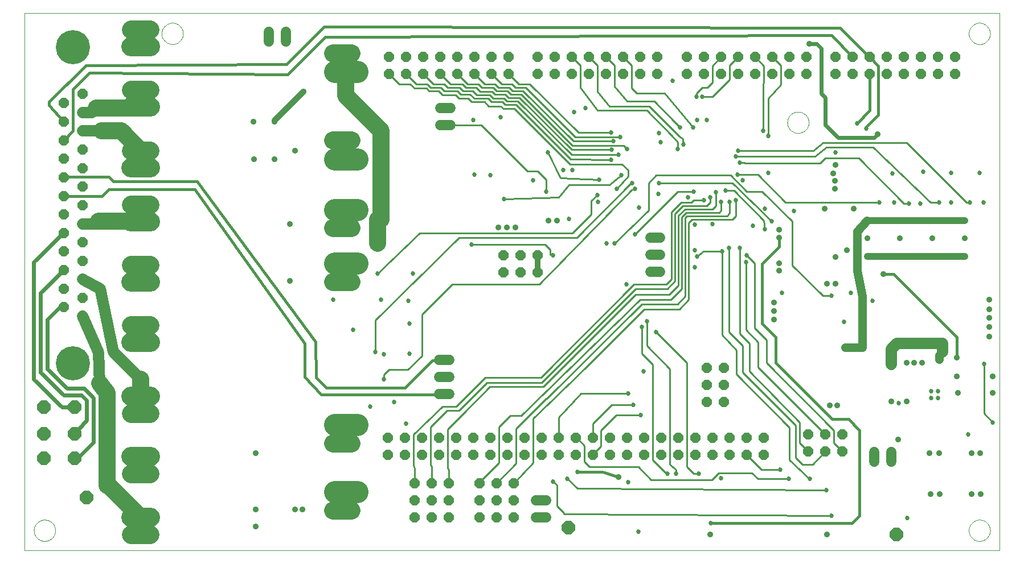
<source format=gbl>
G75*
G70*
%OFA0B0*%
%FSLAX24Y24*%
%IPPOS*%
%LPD*%
%AMOC8*
5,1,8,0,0,1.08239X$1,22.5*
%
%ADD10C,0.0000*%
%ADD11OC8,0.0591*%
%ADD12C,0.0591*%
%ADD13C,0.1299*%
%ADD14C,0.1142*%
%ADD15C,0.1063*%
%ADD16C,0.1102*%
%ADD17OC8,0.0600*%
%ADD18C,0.2000*%
%ADD19OC8,0.0610*%
%ADD20OC8,0.0787*%
%ADD21C,0.0270*%
%ADD22C,0.0356*%
%ADD23C,0.0100*%
%ADD24C,0.0160*%
%ADD25C,0.0400*%
%ADD26C,0.0240*%
%ADD27C,0.0500*%
%ADD28C,0.0660*%
%ADD29C,0.1000*%
%ADD30C,0.0320*%
D10*
X000180Y000300D02*
X000180Y031800D01*
X057261Y031800D01*
X057261Y000300D01*
X000180Y000300D01*
X000735Y001480D02*
X000737Y001530D01*
X000743Y001579D01*
X000753Y001628D01*
X000766Y001675D01*
X000784Y001722D01*
X000805Y001767D01*
X000829Y001810D01*
X000857Y001851D01*
X000888Y001890D01*
X000922Y001926D01*
X000959Y001960D01*
X000999Y001990D01*
X001040Y002017D01*
X001084Y002041D01*
X001129Y002061D01*
X001176Y002077D01*
X001224Y002090D01*
X001273Y002099D01*
X001323Y002104D01*
X001372Y002105D01*
X001422Y002102D01*
X001471Y002095D01*
X001520Y002084D01*
X001567Y002070D01*
X001613Y002051D01*
X001658Y002029D01*
X001701Y002004D01*
X001741Y001975D01*
X001779Y001943D01*
X001815Y001909D01*
X001848Y001871D01*
X001877Y001831D01*
X001903Y001789D01*
X001926Y001745D01*
X001945Y001699D01*
X001961Y001652D01*
X001973Y001603D01*
X001981Y001554D01*
X001985Y001505D01*
X001985Y001455D01*
X001981Y001406D01*
X001973Y001357D01*
X001961Y001308D01*
X001945Y001261D01*
X001926Y001215D01*
X001903Y001171D01*
X001877Y001129D01*
X001848Y001089D01*
X001815Y001051D01*
X001779Y001017D01*
X001741Y000985D01*
X001701Y000956D01*
X001658Y000931D01*
X001613Y000909D01*
X001567Y000890D01*
X001520Y000876D01*
X001471Y000865D01*
X001422Y000858D01*
X001372Y000855D01*
X001323Y000856D01*
X001273Y000861D01*
X001224Y000870D01*
X001176Y000883D01*
X001129Y000899D01*
X001084Y000919D01*
X001040Y000943D01*
X000999Y000970D01*
X000959Y001000D01*
X000922Y001034D01*
X000888Y001070D01*
X000857Y001109D01*
X000829Y001150D01*
X000805Y001193D01*
X000784Y001238D01*
X000766Y001285D01*
X000753Y001332D01*
X000743Y001381D01*
X000737Y001430D01*
X000735Y001480D01*
X044836Y025400D02*
X044838Y025450D01*
X044844Y025499D01*
X044854Y025548D01*
X044867Y025595D01*
X044885Y025642D01*
X044906Y025687D01*
X044930Y025730D01*
X044958Y025771D01*
X044989Y025810D01*
X045023Y025846D01*
X045060Y025880D01*
X045100Y025910D01*
X045141Y025937D01*
X045185Y025961D01*
X045230Y025981D01*
X045277Y025997D01*
X045325Y026010D01*
X045374Y026019D01*
X045424Y026024D01*
X045473Y026025D01*
X045523Y026022D01*
X045572Y026015D01*
X045621Y026004D01*
X045668Y025990D01*
X045714Y025971D01*
X045759Y025949D01*
X045802Y025924D01*
X045842Y025895D01*
X045880Y025863D01*
X045916Y025829D01*
X045949Y025791D01*
X045978Y025751D01*
X046004Y025709D01*
X046027Y025665D01*
X046046Y025619D01*
X046062Y025572D01*
X046074Y025523D01*
X046082Y025474D01*
X046086Y025425D01*
X046086Y025375D01*
X046082Y025326D01*
X046074Y025277D01*
X046062Y025228D01*
X046046Y025181D01*
X046027Y025135D01*
X046004Y025091D01*
X045978Y025049D01*
X045949Y025009D01*
X045916Y024971D01*
X045880Y024937D01*
X045842Y024905D01*
X045802Y024876D01*
X045759Y024851D01*
X045714Y024829D01*
X045668Y024810D01*
X045621Y024796D01*
X045572Y024785D01*
X045523Y024778D01*
X045473Y024775D01*
X045424Y024776D01*
X045374Y024781D01*
X045325Y024790D01*
X045277Y024803D01*
X045230Y024819D01*
X045185Y024839D01*
X045141Y024863D01*
X045100Y024890D01*
X045060Y024920D01*
X045023Y024954D01*
X044989Y024990D01*
X044958Y025029D01*
X044930Y025070D01*
X044906Y025113D01*
X044885Y025158D01*
X044867Y025205D01*
X044854Y025252D01*
X044844Y025301D01*
X044838Y025350D01*
X044836Y025400D01*
X055456Y030610D02*
X055458Y030660D01*
X055464Y030709D01*
X055474Y030758D01*
X055487Y030805D01*
X055505Y030852D01*
X055526Y030897D01*
X055550Y030940D01*
X055578Y030981D01*
X055609Y031020D01*
X055643Y031056D01*
X055680Y031090D01*
X055720Y031120D01*
X055761Y031147D01*
X055805Y031171D01*
X055850Y031191D01*
X055897Y031207D01*
X055945Y031220D01*
X055994Y031229D01*
X056044Y031234D01*
X056093Y031235D01*
X056143Y031232D01*
X056192Y031225D01*
X056241Y031214D01*
X056288Y031200D01*
X056334Y031181D01*
X056379Y031159D01*
X056422Y031134D01*
X056462Y031105D01*
X056500Y031073D01*
X056536Y031039D01*
X056569Y031001D01*
X056598Y030961D01*
X056624Y030919D01*
X056647Y030875D01*
X056666Y030829D01*
X056682Y030782D01*
X056694Y030733D01*
X056702Y030684D01*
X056706Y030635D01*
X056706Y030585D01*
X056702Y030536D01*
X056694Y030487D01*
X056682Y030438D01*
X056666Y030391D01*
X056647Y030345D01*
X056624Y030301D01*
X056598Y030259D01*
X056569Y030219D01*
X056536Y030181D01*
X056500Y030147D01*
X056462Y030115D01*
X056422Y030086D01*
X056379Y030061D01*
X056334Y030039D01*
X056288Y030020D01*
X056241Y030006D01*
X056192Y029995D01*
X056143Y029988D01*
X056093Y029985D01*
X056044Y029986D01*
X055994Y029991D01*
X055945Y030000D01*
X055897Y030013D01*
X055850Y030029D01*
X055805Y030049D01*
X055761Y030073D01*
X055720Y030100D01*
X055680Y030130D01*
X055643Y030164D01*
X055609Y030200D01*
X055578Y030239D01*
X055550Y030280D01*
X055526Y030323D01*
X055505Y030368D01*
X055487Y030415D01*
X055474Y030462D01*
X055464Y030511D01*
X055458Y030560D01*
X055456Y030610D01*
X008216Y030610D02*
X008218Y030660D01*
X008224Y030709D01*
X008234Y030758D01*
X008247Y030805D01*
X008265Y030852D01*
X008286Y030897D01*
X008310Y030940D01*
X008338Y030981D01*
X008369Y031020D01*
X008403Y031056D01*
X008440Y031090D01*
X008480Y031120D01*
X008521Y031147D01*
X008565Y031171D01*
X008610Y031191D01*
X008657Y031207D01*
X008705Y031220D01*
X008754Y031229D01*
X008804Y031234D01*
X008853Y031235D01*
X008903Y031232D01*
X008952Y031225D01*
X009001Y031214D01*
X009048Y031200D01*
X009094Y031181D01*
X009139Y031159D01*
X009182Y031134D01*
X009222Y031105D01*
X009260Y031073D01*
X009296Y031039D01*
X009329Y031001D01*
X009358Y030961D01*
X009384Y030919D01*
X009407Y030875D01*
X009426Y030829D01*
X009442Y030782D01*
X009454Y030733D01*
X009462Y030684D01*
X009466Y030635D01*
X009466Y030585D01*
X009462Y030536D01*
X009454Y030487D01*
X009442Y030438D01*
X009426Y030391D01*
X009407Y030345D01*
X009384Y030301D01*
X009358Y030259D01*
X009329Y030219D01*
X009296Y030181D01*
X009260Y030147D01*
X009222Y030115D01*
X009182Y030086D01*
X009139Y030061D01*
X009094Y030039D01*
X009048Y030020D01*
X009001Y030006D01*
X008952Y029995D01*
X008903Y029988D01*
X008853Y029985D01*
X008804Y029986D01*
X008754Y029991D01*
X008705Y030000D01*
X008657Y030013D01*
X008610Y030029D01*
X008565Y030049D01*
X008521Y030073D01*
X008480Y030100D01*
X008440Y030130D01*
X008403Y030164D01*
X008369Y030200D01*
X008338Y030239D01*
X008310Y030280D01*
X008286Y030323D01*
X008265Y030368D01*
X008247Y030415D01*
X008234Y030462D01*
X008224Y030511D01*
X008218Y030560D01*
X008216Y030610D01*
X055456Y001480D02*
X055458Y001530D01*
X055464Y001579D01*
X055474Y001628D01*
X055487Y001675D01*
X055505Y001722D01*
X055526Y001767D01*
X055550Y001810D01*
X055578Y001851D01*
X055609Y001890D01*
X055643Y001926D01*
X055680Y001960D01*
X055720Y001990D01*
X055761Y002017D01*
X055805Y002041D01*
X055850Y002061D01*
X055897Y002077D01*
X055945Y002090D01*
X055994Y002099D01*
X056044Y002104D01*
X056093Y002105D01*
X056143Y002102D01*
X056192Y002095D01*
X056241Y002084D01*
X056288Y002070D01*
X056334Y002051D01*
X056379Y002029D01*
X056422Y002004D01*
X056462Y001975D01*
X056500Y001943D01*
X056536Y001909D01*
X056569Y001871D01*
X056598Y001831D01*
X056624Y001789D01*
X056647Y001745D01*
X056666Y001699D01*
X056682Y001652D01*
X056694Y001603D01*
X056702Y001554D01*
X056706Y001505D01*
X056706Y001455D01*
X056702Y001406D01*
X056694Y001357D01*
X056682Y001308D01*
X056666Y001261D01*
X056647Y001215D01*
X056624Y001171D01*
X056598Y001129D01*
X056569Y001089D01*
X056536Y001051D01*
X056500Y001017D01*
X056462Y000985D01*
X056422Y000956D01*
X056379Y000931D01*
X056334Y000909D01*
X056288Y000890D01*
X056241Y000876D01*
X056192Y000865D01*
X056143Y000858D01*
X056093Y000855D01*
X056044Y000856D01*
X055994Y000861D01*
X055945Y000870D01*
X055897Y000883D01*
X055850Y000899D01*
X055805Y000919D01*
X055761Y000943D01*
X055720Y000970D01*
X055680Y001000D01*
X055643Y001034D01*
X055609Y001070D01*
X055578Y001109D01*
X055550Y001150D01*
X055526Y001193D01*
X055505Y001238D01*
X055487Y001285D01*
X055474Y001332D01*
X055464Y001381D01*
X055458Y001430D01*
X055456Y001480D01*
D11*
X043461Y005900D03*
X042461Y005900D03*
X041461Y005900D03*
X040461Y005900D03*
X039461Y005900D03*
X038461Y005900D03*
X037461Y005900D03*
X036461Y005900D03*
X035461Y005900D03*
X034461Y005900D03*
X033461Y005900D03*
X032461Y005900D03*
X031461Y005900D03*
X030461Y005900D03*
X029461Y005900D03*
X028461Y005900D03*
X027461Y005900D03*
X026461Y005900D03*
X025461Y005900D03*
X024461Y005900D03*
X023461Y005900D03*
X022461Y005900D03*
X021461Y005900D03*
X021461Y006900D03*
X022461Y006900D03*
X023461Y006900D03*
X024461Y006900D03*
X025461Y006900D03*
X026461Y006900D03*
X027461Y006900D03*
X028461Y006900D03*
X029461Y006900D03*
X030461Y006900D03*
X031461Y006900D03*
X032461Y006900D03*
X033461Y006900D03*
X034461Y006900D03*
X035461Y006900D03*
X036461Y006900D03*
X037461Y006900D03*
X038461Y006900D03*
X039461Y006900D03*
X040461Y006900D03*
X041461Y006900D03*
X042461Y006900D03*
X043461Y006900D03*
X041111Y009000D03*
X040111Y009000D03*
X040111Y010000D03*
X041111Y010000D03*
X041111Y011000D03*
X040111Y011000D03*
X030211Y016600D03*
X029211Y016600D03*
X028211Y016600D03*
X028211Y017600D03*
X029211Y017600D03*
X030211Y017600D03*
X030211Y028250D03*
X031211Y028250D03*
X032211Y028250D03*
X033211Y028250D03*
X034211Y028250D03*
X035211Y028250D03*
X036211Y028250D03*
X037211Y028250D03*
X037211Y029250D03*
X036211Y029250D03*
X035211Y029250D03*
X034211Y029250D03*
X033211Y029250D03*
X032211Y029250D03*
X031211Y029250D03*
X030211Y029250D03*
X028511Y029250D03*
X027511Y029250D03*
X026511Y029250D03*
X025511Y029250D03*
X024511Y029250D03*
X023511Y029250D03*
X022511Y029250D03*
X021511Y029250D03*
X021511Y028250D03*
X022511Y028250D03*
X023511Y028250D03*
X024511Y028250D03*
X025511Y028250D03*
X026511Y028250D03*
X027511Y028250D03*
X028511Y028250D03*
X038961Y028250D03*
X039961Y028250D03*
X040961Y028250D03*
X041961Y028250D03*
X042961Y028250D03*
X043961Y028250D03*
X044961Y028250D03*
X045961Y028250D03*
X047661Y028250D03*
X048661Y028250D03*
X049661Y028250D03*
X050661Y028250D03*
X051661Y028250D03*
X052661Y028250D03*
X053661Y028250D03*
X054661Y028250D03*
X054661Y029250D03*
X053661Y029250D03*
X052661Y029250D03*
X051661Y029250D03*
X050661Y029250D03*
X049661Y029250D03*
X048661Y029250D03*
X047661Y029250D03*
X045961Y029250D03*
X044961Y029250D03*
X043961Y029250D03*
X042961Y029250D03*
X041961Y029250D03*
X040961Y029250D03*
X039961Y029250D03*
X038961Y029250D03*
X028811Y004250D03*
X027811Y004250D03*
X026811Y004250D03*
X026811Y003250D03*
X027811Y003250D03*
X028811Y003250D03*
X028811Y002250D03*
X027811Y002250D03*
X026811Y002250D03*
X025011Y002250D03*
X024011Y002250D03*
X023011Y002250D03*
X023011Y003250D03*
X024011Y003250D03*
X025011Y003250D03*
X025011Y004250D03*
X024011Y004250D03*
X023011Y004250D03*
D12*
X030116Y003250D02*
X030707Y003250D01*
X030707Y002250D02*
X030116Y002250D01*
X025057Y009480D02*
X024466Y009480D01*
X024466Y010480D02*
X025057Y010480D01*
X025057Y011480D02*
X024466Y011480D01*
X036806Y016660D02*
X037397Y016660D01*
X037397Y017660D02*
X036806Y017660D01*
X036806Y018660D02*
X037397Y018660D01*
X025107Y025250D02*
X024516Y025250D01*
X024516Y026250D02*
X025107Y026250D01*
X015480Y030136D02*
X015480Y030727D01*
X014480Y030727D02*
X014480Y030136D01*
X049911Y006095D02*
X049911Y005505D01*
X050911Y005505D02*
X050911Y006095D01*
D13*
X019637Y007670D02*
X018338Y007670D01*
X018338Y003733D02*
X019637Y003733D01*
X019637Y017133D02*
X018338Y017133D01*
X018338Y020282D02*
X019637Y020282D01*
X019637Y023249D02*
X018338Y023249D01*
X018338Y028367D02*
X019637Y028367D01*
D14*
X007551Y029843D02*
X006409Y029843D01*
X006409Y026300D02*
X007551Y026300D01*
X007551Y022757D02*
X006409Y022757D01*
X006409Y019593D02*
X007551Y019593D01*
X007551Y016050D02*
X006409Y016050D01*
X006409Y012507D02*
X007551Y012507D01*
X007551Y009343D02*
X006409Y009343D01*
X006409Y005800D02*
X007551Y005800D01*
X007551Y002257D02*
X006409Y002257D01*
D15*
X018260Y002650D02*
X019323Y002650D01*
X019323Y006587D02*
X018260Y006587D01*
X018260Y016050D02*
X019323Y016050D01*
X019323Y019200D02*
X018260Y019200D01*
X018260Y024331D02*
X019323Y024331D01*
X019323Y029450D02*
X018260Y029450D01*
D16*
X007531Y030843D02*
X006429Y030843D01*
X006429Y027300D02*
X007531Y027300D01*
X007531Y023757D02*
X006429Y023757D01*
X006429Y020593D02*
X007531Y020593D01*
X007531Y017050D02*
X006429Y017050D01*
X006429Y013507D02*
X007531Y013507D01*
X007531Y008343D02*
X006429Y008343D01*
X006429Y004800D02*
X007531Y004800D01*
X007531Y001257D02*
X006429Y001257D01*
D17*
X003590Y014030D03*
X002470Y014570D03*
X003590Y015120D03*
X002470Y015660D03*
X003590Y016200D03*
X002470Y016750D03*
X003590Y017290D03*
X002470Y017830D03*
X003590Y018380D03*
X002470Y018920D03*
X003590Y019460D03*
X002470Y020010D03*
X003590Y020550D03*
X002470Y021090D03*
X003590Y021640D03*
X002470Y022180D03*
X003590Y022720D03*
X002470Y023270D03*
X003590Y023810D03*
X002470Y024350D03*
X003590Y024900D03*
X002470Y025440D03*
X003590Y025980D03*
X002470Y026530D03*
X003590Y027070D03*
D18*
X003030Y029810D03*
X003030Y011290D03*
D19*
X046061Y007100D03*
X047061Y007100D03*
X048061Y007100D03*
X048061Y006100D03*
X047061Y006100D03*
X046061Y006100D03*
D20*
X051211Y001250D03*
X032030Y001650D03*
X003830Y003400D03*
X003130Y005700D03*
X001330Y005700D03*
X001330Y007150D03*
X003130Y007150D03*
X003130Y008700D03*
X001330Y008700D03*
D21*
X018261Y015000D03*
X019411Y013250D03*
X020711Y011950D03*
X021211Y011800D03*
X022711Y011850D03*
X021211Y010350D03*
X021811Y009000D03*
X020411Y008750D03*
X022511Y007750D03*
X031111Y004350D03*
X031961Y004500D03*
X032561Y004900D03*
X035511Y004300D03*
X037811Y004800D03*
X038311Y004800D03*
X039661Y004800D03*
X040961Y004550D03*
X044411Y005050D03*
X044911Y004500D03*
X046161Y004500D03*
X047111Y003850D03*
X047411Y002350D03*
X051861Y002200D03*
X055411Y007100D03*
X056861Y007800D03*
X053661Y009250D03*
X053261Y009250D03*
X053261Y009650D03*
X053661Y009650D03*
X051361Y008950D03*
X056361Y011250D03*
X049811Y014950D03*
X048561Y015400D03*
X047411Y015250D03*
X048161Y013700D03*
X044511Y015400D03*
X042411Y017200D03*
X042461Y017600D03*
X042061Y018050D03*
X041411Y018050D03*
X041011Y017850D03*
X039561Y017550D03*
X039411Y017900D03*
X039411Y016900D03*
X035911Y018850D03*
X034711Y018300D03*
X034261Y018300D03*
X032061Y019750D03*
X033761Y020750D03*
X033711Y021150D03*
X033811Y022050D03*
X034861Y021500D03*
X035111Y022300D03*
X035761Y021850D03*
X035911Y021500D03*
X037286Y021225D03*
X037311Y021850D03*
X039011Y021000D03*
X039361Y021350D03*
X039961Y020850D03*
X040311Y021000D03*
X040661Y021300D03*
X041211Y021400D03*
X041811Y020850D03*
X041461Y020750D03*
X040961Y020750D03*
X040461Y019450D03*
X039411Y019425D03*
X036161Y020400D03*
X032261Y022600D03*
X031711Y022600D03*
X030811Y023650D03*
X029961Y022000D03*
X030711Y021350D03*
X028261Y020900D03*
X027461Y022300D03*
X026511Y022350D03*
X026461Y025550D03*
X028061Y025700D03*
X032361Y026000D03*
X033011Y026250D03*
X034511Y024800D03*
X035061Y024550D03*
X034661Y024300D03*
X034561Y023800D03*
X034961Y023500D03*
X034511Y023200D03*
X035461Y023850D03*
X037311Y024775D03*
X037411Y024250D03*
X038411Y023850D03*
X038761Y024100D03*
X038561Y025100D03*
X039311Y025100D03*
X039561Y025550D03*
X040111Y025550D03*
X039861Y026900D03*
X039511Y026900D03*
X038111Y027850D03*
X043411Y024900D03*
X043711Y024600D03*
X041961Y023750D03*
X041811Y023400D03*
X042061Y023050D03*
X041911Y022350D03*
X042211Y022025D03*
X043711Y022450D03*
X047661Y023650D03*
X049461Y025050D03*
X048911Y025350D03*
X052786Y022500D03*
X054436Y022450D03*
X056086Y022450D03*
X056336Y020700D03*
X055511Y020700D03*
X054436Y020700D03*
X053711Y020700D03*
X052636Y020650D03*
X051961Y020650D03*
X051086Y020700D03*
X050211Y020700D03*
X050986Y022400D03*
X045211Y020200D03*
X043911Y019600D03*
X043511Y019150D03*
X042811Y019350D03*
X043511Y020350D03*
X035411Y015900D03*
X036611Y013750D03*
X036311Y013400D03*
X037161Y013100D03*
X036411Y010800D03*
X035511Y009500D03*
X035811Y008850D03*
X036261Y008250D03*
X040361Y001900D03*
X036111Y001400D03*
X022711Y013600D03*
X022661Y014950D03*
X021061Y015000D03*
X020861Y016550D03*
X022911Y016550D03*
X026361Y018250D03*
X031111Y017600D03*
D22*
X028911Y019250D03*
X028411Y019250D03*
X027911Y019250D03*
X030861Y019650D03*
X031361Y019650D03*
X020861Y019300D03*
X020861Y018800D03*
X020861Y018300D03*
X015711Y019450D03*
X015711Y016100D03*
X014830Y023250D03*
X013630Y023250D03*
X016011Y023750D03*
X014830Y025450D03*
X013580Y025450D03*
X016530Y027200D03*
X044061Y014850D03*
X044061Y014350D03*
X044061Y013850D03*
X047161Y015950D03*
X047661Y015950D03*
X047661Y017500D03*
X048311Y017900D03*
X049511Y017550D03*
X050461Y016500D03*
X051411Y017550D03*
X053311Y017550D03*
X053311Y018600D03*
X053311Y019650D03*
X051411Y019650D03*
X051411Y018600D03*
X049511Y018600D03*
X049486Y019650D03*
X048711Y020350D03*
X047011Y020350D03*
X047611Y021525D03*
X047611Y021975D03*
X047511Y022425D03*
X047661Y022900D03*
X050136Y024700D03*
X046111Y030000D03*
X055211Y019650D03*
X055211Y018600D03*
X055211Y017550D03*
X056661Y015000D03*
X056661Y014450D03*
X056661Y013950D03*
X056661Y013400D03*
X056661Y012850D03*
X054761Y011600D03*
X053911Y011950D03*
X053911Y012450D03*
X053711Y011500D03*
X052711Y011300D03*
X052261Y011300D03*
X051811Y011300D03*
X050911Y011200D03*
X050911Y011650D03*
X050911Y012100D03*
X049211Y012200D03*
X048711Y012200D03*
X048211Y012200D03*
X050911Y009050D03*
X051811Y009050D03*
X054811Y009550D03*
X054761Y010500D03*
X056861Y010500D03*
X056861Y009550D03*
X051311Y006800D03*
X053161Y006000D03*
X053711Y006000D03*
X055611Y006000D03*
X056111Y006000D03*
X056161Y003600D03*
X055611Y003600D03*
X053761Y003600D03*
X053211Y003600D03*
X047161Y001250D03*
X040311Y001250D03*
X034961Y004600D03*
X047311Y008800D03*
X047761Y008800D03*
X044361Y016700D03*
X044361Y017150D03*
X044361Y018650D03*
X044361Y019125D03*
X016461Y002700D03*
X016011Y002700D03*
X013730Y002700D03*
X013730Y001700D03*
X013730Y006000D03*
D23*
X021211Y010350D02*
X021211Y010600D01*
X021511Y010900D01*
X022611Y010900D01*
X023461Y011700D01*
X023461Y014150D01*
X025211Y015900D01*
X030311Y015900D01*
X035711Y021450D01*
X035911Y021500D01*
X035761Y021850D02*
X035661Y021800D01*
X032511Y018650D01*
X025611Y018650D01*
X020711Y013800D01*
X020711Y011950D01*
X024661Y008750D02*
X025461Y008750D01*
X027161Y010450D01*
X030411Y010450D01*
X035861Y015900D01*
X037761Y015900D01*
X038061Y016200D01*
X038061Y020150D01*
X038611Y020700D01*
X039211Y020700D01*
X039361Y020850D01*
X039961Y020850D01*
X040111Y020500D02*
X040311Y020700D01*
X040311Y021000D01*
X040661Y021300D02*
X040661Y020500D01*
X040461Y020300D01*
X038861Y020300D01*
X038461Y019950D01*
X038461Y015850D01*
X037911Y015300D01*
X035961Y015300D01*
X030561Y009900D01*
X027411Y009900D01*
X025861Y008300D01*
X024961Y007400D01*
X024961Y005100D01*
X025011Y005050D01*
X025011Y004250D01*
X024011Y004250D02*
X024011Y005250D01*
X023961Y005300D01*
X023961Y007550D01*
X024911Y008500D01*
X025611Y008500D01*
X027261Y010150D01*
X030461Y010150D01*
X035961Y015650D01*
X037811Y015650D01*
X038261Y016100D01*
X038261Y020050D01*
X038711Y020500D01*
X040111Y020500D01*
X040861Y020100D02*
X038911Y020100D01*
X038661Y019850D01*
X038661Y015650D01*
X038011Y015000D01*
X036211Y015000D01*
X029261Y008200D01*
X028611Y008200D01*
X027961Y007550D01*
X027961Y005450D01*
X026811Y004300D01*
X026811Y004250D01*
X027811Y004250D02*
X028961Y005400D01*
X028961Y007450D01*
X030711Y009200D01*
X030761Y009200D01*
X036311Y014750D01*
X038411Y014750D01*
X038861Y015200D01*
X038861Y019800D01*
X038961Y019900D01*
X041311Y019900D01*
X041461Y020100D01*
X041461Y020750D01*
X041811Y020850D02*
X041811Y019900D01*
X041611Y019700D01*
X039261Y019700D01*
X039061Y019500D01*
X039061Y015000D01*
X038511Y014450D01*
X036461Y014450D01*
X033061Y011050D01*
X030861Y008900D01*
X029961Y008050D01*
X029961Y005450D01*
X028811Y004250D01*
X031111Y004350D02*
X031361Y004150D01*
X031361Y002900D01*
X031761Y002500D01*
X031761Y002450D01*
X047411Y002350D01*
X047111Y003850D02*
X032711Y003950D01*
X032561Y003950D01*
X031961Y004500D01*
X032961Y005500D02*
X033261Y005200D01*
X036111Y005200D01*
X036861Y004450D01*
X040411Y004450D01*
X040811Y004850D01*
X042761Y004850D01*
X043111Y004500D01*
X044911Y004500D01*
X044411Y005050D02*
X043311Y005050D01*
X042461Y005900D01*
X039661Y004800D02*
X039361Y004800D01*
X038961Y005200D01*
X038961Y011300D01*
X037161Y013100D01*
X036311Y013400D02*
X036311Y011850D01*
X036961Y011200D01*
X036961Y005600D01*
X037761Y004800D01*
X037811Y004800D01*
X038311Y004800D02*
X038311Y005050D01*
X037961Y005350D01*
X037961Y010950D01*
X036611Y012300D01*
X036611Y013750D01*
X041011Y012950D02*
X041861Y012050D01*
X041861Y010650D01*
X044961Y007500D01*
X044961Y005600D01*
X046111Y004500D01*
X046161Y004500D01*
X046311Y005350D02*
X045711Y005350D01*
X045311Y005750D01*
X045311Y007650D01*
X042211Y010750D01*
X042211Y012300D01*
X041411Y013100D01*
X041411Y018050D01*
X041011Y017850D02*
X039911Y017850D01*
X039561Y017550D01*
X041011Y017850D02*
X041011Y012950D01*
X042061Y013000D02*
X042611Y012450D01*
X042611Y010800D01*
X045561Y007800D01*
X045561Y006600D01*
X046061Y006100D01*
X046311Y005350D02*
X047061Y006100D01*
X047561Y006600D02*
X047561Y007350D01*
X043611Y011300D01*
X043611Y012650D01*
X042911Y013350D01*
X042911Y017150D01*
X042461Y017600D01*
X042411Y017200D02*
X042411Y013250D01*
X043111Y012500D01*
X043111Y011050D01*
X047061Y007100D01*
X047561Y006600D02*
X048061Y006100D01*
X056361Y008350D02*
X056861Y007800D01*
X056361Y008350D02*
X056361Y011250D01*
X047411Y015250D02*
X046911Y015250D01*
X045111Y017000D01*
X045111Y019600D01*
X043361Y021350D01*
X042461Y021350D01*
X041511Y022300D01*
X037161Y022300D01*
X036711Y021850D01*
X036711Y020250D01*
X034711Y018300D01*
X035911Y018850D02*
X038411Y021350D01*
X039361Y021350D01*
X040961Y020750D02*
X040961Y020250D01*
X040861Y020100D01*
X041211Y021400D02*
X041711Y021400D01*
X043461Y019650D01*
X043511Y019150D01*
X043911Y019600D02*
X041611Y021850D01*
X037311Y021850D01*
X035511Y022250D02*
X034861Y021500D01*
X034411Y021750D02*
X035111Y022300D01*
X035511Y022250D02*
X035511Y022600D01*
X035161Y022950D01*
X032111Y022950D01*
X028861Y026200D01*
X028211Y026200D01*
X028061Y026350D01*
X027361Y026350D01*
X027111Y026600D01*
X026361Y026600D01*
X026161Y026800D01*
X025611Y026800D01*
X025411Y027000D01*
X024661Y027000D01*
X024411Y027250D01*
X023861Y027250D01*
X023711Y027400D01*
X023011Y027400D01*
X022761Y027650D01*
X022111Y027650D01*
X021511Y028250D01*
X022511Y028250D02*
X023111Y027650D01*
X023761Y027650D01*
X023961Y027450D01*
X024561Y027450D01*
X024761Y027250D01*
X025511Y027250D01*
X025711Y027050D01*
X026261Y027050D01*
X026511Y026800D01*
X027311Y026800D01*
X027511Y026600D01*
X028161Y026600D01*
X028311Y026450D01*
X028961Y026450D01*
X032161Y023250D01*
X034511Y023200D01*
X034961Y023500D02*
X032211Y023500D01*
X029061Y026650D01*
X028411Y026650D01*
X028261Y026800D01*
X027611Y026800D01*
X027411Y027000D01*
X026661Y027000D01*
X026411Y027250D01*
X025861Y027250D01*
X025661Y027450D01*
X024961Y027450D01*
X024761Y027650D01*
X024111Y027650D01*
X023511Y028250D01*
X024511Y028250D02*
X025111Y027650D01*
X025811Y027650D01*
X026011Y027450D01*
X026611Y027450D01*
X026861Y027200D01*
X027561Y027200D01*
X027711Y027050D01*
X028311Y027050D01*
X028511Y026850D01*
X029161Y026850D01*
X032211Y023800D01*
X034561Y023800D01*
X034661Y024300D02*
X032311Y024300D01*
X029361Y027250D01*
X028761Y027250D01*
X028561Y027450D01*
X027911Y027450D01*
X027711Y027650D01*
X027111Y027650D01*
X026511Y028250D01*
X027511Y028250D02*
X028111Y027650D01*
X028711Y027650D01*
X028911Y027450D01*
X029511Y027450D01*
X032411Y024550D01*
X035061Y024550D01*
X035261Y024050D02*
X032261Y024050D01*
X029261Y027050D01*
X028661Y027050D01*
X028461Y027250D01*
X027811Y027250D01*
X027611Y027450D01*
X026961Y027450D01*
X026761Y027650D01*
X026111Y027650D01*
X025511Y028250D01*
X028511Y028250D02*
X029111Y027650D01*
X029761Y027650D01*
X032611Y024800D01*
X034511Y024800D01*
X035261Y024050D02*
X035461Y023850D01*
X036611Y026100D02*
X038061Y024650D01*
X038411Y024250D01*
X038411Y023850D01*
X038761Y024100D02*
X038721Y024441D01*
X038521Y024591D01*
X036761Y026350D01*
X034411Y026350D01*
X033711Y027200D01*
X033711Y028750D01*
X033211Y029250D01*
X032711Y028750D02*
X032211Y029250D01*
X032711Y028750D02*
X032711Y027450D01*
X033711Y026100D01*
X036611Y026100D01*
X037061Y026650D02*
X035461Y026650D01*
X034711Y027500D01*
X034711Y028750D01*
X034211Y029250D01*
X035211Y029250D02*
X035711Y028750D01*
X035711Y027400D01*
X036011Y027100D01*
X037661Y027100D01*
X039311Y025100D01*
X038561Y025100D02*
X038211Y025450D01*
X037061Y026650D01*
X039511Y026900D02*
X039511Y027100D01*
X039861Y027450D01*
X040161Y027450D01*
X040461Y027750D01*
X040461Y028700D01*
X040961Y029250D01*
X041461Y028750D02*
X041961Y029250D01*
X042961Y029250D02*
X043461Y028700D01*
X043461Y027750D01*
X043411Y027650D01*
X043411Y024900D01*
X043711Y024600D02*
X043711Y026800D01*
X044461Y027600D01*
X044461Y028750D01*
X043961Y029250D01*
X041461Y028750D02*
X041461Y027900D01*
X040461Y026900D01*
X039861Y026900D01*
X041961Y023750D02*
X046361Y023750D01*
X046911Y024200D01*
X051811Y024200D01*
X055311Y020700D01*
X055511Y020700D01*
X053711Y020700D02*
X053211Y020700D01*
X049861Y023950D01*
X047111Y023950D01*
X046461Y023400D01*
X041811Y023400D01*
X042061Y023050D02*
X042311Y023050D01*
X042361Y023000D01*
X046761Y023000D01*
X047061Y023300D01*
X049011Y023300D01*
X051661Y020650D01*
X051961Y020650D01*
X050211Y020700D02*
X044711Y020700D01*
X043111Y022350D01*
X041911Y022350D01*
X042061Y018050D02*
X042061Y013000D01*
X035511Y009500D02*
X032761Y009500D01*
X031461Y008100D01*
X031461Y006900D01*
X032461Y006900D02*
X032511Y006900D01*
X032961Y006450D01*
X032961Y005500D01*
X033461Y005900D02*
X033461Y005950D01*
X033911Y006400D01*
X033911Y007350D01*
X034811Y008250D01*
X036261Y008250D01*
X035811Y008850D02*
X034561Y008850D01*
X033461Y007750D01*
X033461Y006900D01*
X024661Y008750D02*
X022961Y007100D01*
X022961Y005300D01*
X023011Y005100D01*
X023011Y004250D01*
X020861Y016550D02*
X023311Y018900D01*
X032261Y018900D01*
X033361Y020000D01*
X033361Y020800D01*
X033711Y021150D01*
X034411Y021750D02*
X032061Y021750D01*
X031461Y021000D01*
X028261Y020900D01*
X030711Y021350D02*
X030711Y022050D01*
X030211Y022550D01*
X029611Y022550D01*
X026911Y025250D01*
X024811Y025250D01*
X030811Y023650D02*
X031561Y022150D01*
X033811Y022050D01*
X030661Y018250D02*
X030961Y017950D01*
X030961Y017650D01*
X031111Y017600D01*
X030661Y018250D02*
X026361Y018250D01*
D24*
X017211Y012550D02*
X017261Y010450D01*
X017861Y009850D01*
X022461Y009850D01*
X024061Y011450D01*
X024731Y011450D01*
X024761Y011480D01*
X024761Y009480D02*
X024731Y009450D01*
X017561Y009450D01*
X016586Y010475D01*
X016586Y012450D01*
X010140Y021490D01*
X005120Y021490D01*
X004705Y021075D01*
X002485Y021075D01*
X002470Y021090D01*
X002470Y022180D02*
X002490Y022200D01*
X005130Y022200D01*
X005400Y021930D01*
X010300Y021930D01*
X017211Y012550D01*
X002470Y016740D02*
X002470Y016750D01*
X002470Y018920D02*
X002450Y018920D01*
X002470Y024350D02*
X002480Y024350D01*
X003030Y024900D01*
X003030Y027350D01*
X003980Y028300D01*
X015580Y028200D01*
X017780Y030400D01*
X047411Y030500D01*
X048661Y029250D01*
X049611Y029250D02*
X047911Y030950D01*
X017730Y031000D01*
X015530Y028800D01*
X003780Y028750D01*
X001630Y026600D01*
X001630Y026400D01*
X002470Y025460D01*
X002470Y025440D01*
X032561Y004900D02*
X034011Y004900D01*
X034961Y004600D01*
X040361Y001900D02*
X048611Y001900D01*
X049061Y002350D01*
X049061Y007350D01*
X048411Y008000D01*
X047461Y008000D01*
X044161Y011300D01*
X044161Y012800D01*
X043361Y013600D01*
X043361Y017100D01*
X044361Y018100D01*
X044361Y018650D01*
X050461Y016500D02*
X051061Y016500D01*
X054761Y012800D01*
X054761Y011600D01*
X049461Y025050D02*
X049461Y025150D01*
X050161Y025850D01*
X050161Y028700D01*
X049661Y029250D01*
X049611Y029250D01*
X049661Y028250D02*
X049661Y026100D01*
X048911Y025350D01*
D25*
X049486Y019650D02*
X051411Y019650D01*
X053311Y019650D01*
X055211Y019650D01*
X055211Y017550D02*
X053311Y017550D01*
X051411Y017550D01*
X049511Y017550D01*
D26*
X049911Y024500D02*
X047811Y024500D01*
X047061Y025250D01*
X047061Y026850D01*
X046811Y027100D01*
X046811Y029750D01*
X046561Y030000D01*
X046111Y030000D01*
X050111Y024700D02*
X049911Y024500D01*
X050111Y024700D02*
X050136Y024700D01*
X004230Y009250D02*
X004230Y006650D01*
X003280Y005700D01*
X003130Y005700D01*
X003130Y007150D02*
X003830Y007950D01*
X003830Y009100D01*
X003530Y009400D01*
X002480Y009400D01*
X001130Y010750D01*
X001130Y015400D01*
X002470Y016740D01*
X000730Y017200D02*
X000730Y010350D01*
X002380Y008700D01*
X003130Y008700D01*
X004230Y009250D02*
X003680Y009800D01*
X002680Y009800D01*
X001530Y010950D01*
X001530Y013850D01*
X002230Y014550D01*
X002450Y014550D01*
X002470Y014570D01*
X000730Y017200D02*
X002450Y018920D01*
D27*
X048211Y012200D02*
X048711Y012200D01*
X049211Y012200D01*
X049211Y015200D01*
X048911Y016700D01*
X048911Y019000D01*
X049486Y019650D01*
X053911Y011950D02*
X053711Y011750D01*
X053711Y011500D01*
D28*
X053911Y011950D02*
X053911Y012450D01*
X051261Y012450D01*
X050911Y012100D01*
X050911Y011650D01*
X050911Y011200D01*
X006980Y010343D02*
X005380Y011943D01*
X005380Y011950D01*
X004630Y015650D01*
X003690Y016140D01*
X003590Y016200D01*
X003590Y014030D02*
X003600Y014030D01*
X004530Y011900D01*
X004580Y010107D01*
X004390Y019460D02*
X003590Y019460D01*
X004390Y019460D02*
X004530Y019600D01*
X004680Y024900D02*
X003590Y024900D01*
X003590Y025980D02*
X004110Y025980D01*
X004380Y026250D01*
D29*
X006930Y026250D01*
X006980Y026300D01*
X005837Y024900D02*
X004680Y024900D01*
X005837Y024900D02*
X006980Y023757D01*
X006973Y019600D02*
X004530Y019600D01*
X006973Y019600D02*
X006980Y019593D01*
X018988Y026974D02*
X021061Y024900D01*
X021061Y019700D01*
X020861Y019700D01*
X020861Y019300D01*
X020861Y018800D01*
X020861Y018300D01*
X006980Y010343D02*
X006980Y009343D01*
X005030Y009550D02*
X005030Y004107D01*
X005130Y004107D01*
X006980Y002257D01*
X005030Y009550D02*
X004580Y010100D01*
X004580Y010107D01*
X018988Y026974D02*
X018988Y028367D01*
D30*
X016530Y027200D02*
X014830Y025500D01*
X014830Y025450D01*
X030211Y017600D02*
X030211Y016600D01*
M02*

</source>
